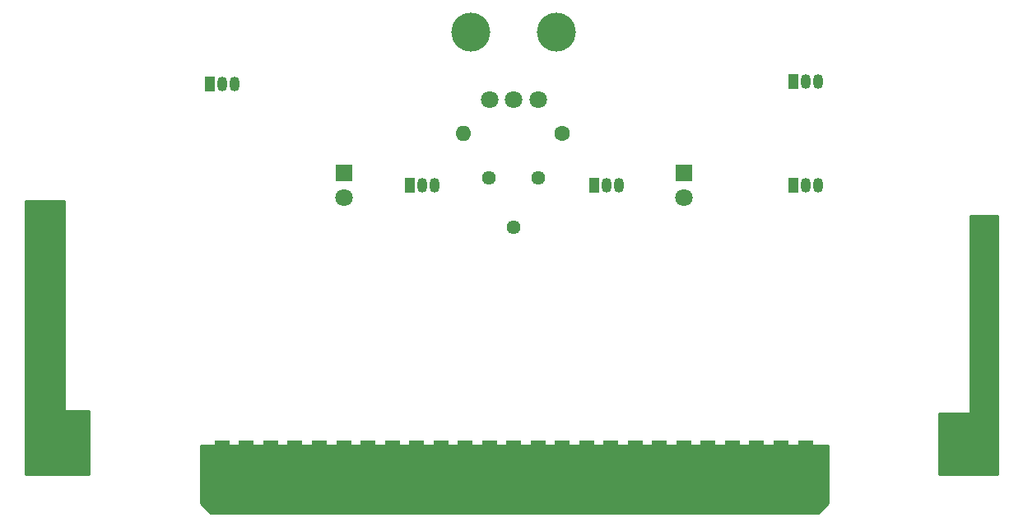
<source format=gbr>
G04 #@! TF.GenerationSoftware,KiCad,Pcbnew,(5.1.10)-1*
G04 #@! TF.CreationDate,2021-08-18T20:50:24-05:00*
G04 #@! TF.ProjectId,ConsolePedalPhaserSMT,436f6e73-6f6c-4655-9065-64616c506861,rev?*
G04 #@! TF.SameCoordinates,Original*
G04 #@! TF.FileFunction,Soldermask,Bot*
G04 #@! TF.FilePolarity,Negative*
%FSLAX46Y46*%
G04 Gerber Fmt 4.6, Leading zero omitted, Abs format (unit mm)*
G04 Created by KiCad (PCBNEW (5.1.10)-1) date 2021-08-18 20:50:24*
%MOMM*%
%LPD*%
G01*
G04 APERTURE LIST*
%ADD10R,1.800000X1.800000*%
%ADD11C,1.800000*%
%ADD12R,1.500000X7.000000*%
%ADD13C,5.000000*%
%ADD14C,1.600000*%
%ADD15O,1.600000X1.600000*%
%ADD16R,1.050000X1.500000*%
%ADD17O,1.050000X1.500000*%
%ADD18C,4.000000*%
%ADD19C,1.440000*%
%ADD20C,0.254000*%
%ADD21C,0.100000*%
G04 APERTURE END LIST*
D10*
G04 #@! TO.C,D3*
X115250000Y-95000000D03*
D11*
X115250000Y-97540000D03*
G04 #@! TD*
G04 #@! TO.C,D4*
X150250000Y-97540000D03*
D10*
X150250000Y-95000000D03*
G04 #@! TD*
D12*
G04 #@! TO.C,J1*
X102715000Y-126000000D03*
X105215000Y-126000000D03*
X107715000Y-126000000D03*
X110215000Y-126000000D03*
X112715000Y-126000000D03*
X115215000Y-126000000D03*
X117715000Y-126000000D03*
X120215000Y-126000000D03*
X122715000Y-126000000D03*
X125215000Y-126000000D03*
X127715000Y-126000000D03*
X130215000Y-126000000D03*
X132715000Y-126000000D03*
X135215000Y-126000000D03*
X137715000Y-126000000D03*
X140215000Y-126000000D03*
X142715000Y-126000000D03*
X145215000Y-126000000D03*
X147715000Y-126000000D03*
X150215000Y-126000000D03*
X152715000Y-126000000D03*
X155215000Y-126000000D03*
X157715000Y-126000000D03*
X160215000Y-126000000D03*
X162715000Y-126000000D03*
G04 #@! TD*
D13*
G04 #@! TO.C,H1*
X85350000Y-122600000D03*
G04 #@! TD*
G04 #@! TO.C,H2*
X180150000Y-122600000D03*
G04 #@! TD*
D14*
G04 #@! TO.C,R29*
X137668000Y-90932000D03*
D15*
X127508000Y-90932000D03*
G04 #@! TD*
D16*
G04 #@! TO.C,Q1*
X122000000Y-96270000D03*
D17*
X124540000Y-96270000D03*
X123270000Y-96270000D03*
G04 #@! TD*
G04 #@! TO.C,Q2*
X142230000Y-96270000D03*
X143500000Y-96270000D03*
D16*
X140960000Y-96270000D03*
G04 #@! TD*
D17*
G04 #@! TO.C,Q3*
X162715000Y-96270000D03*
X163985000Y-96270000D03*
D16*
X161445000Y-96270000D03*
G04 #@! TD*
D17*
G04 #@! TO.C,Q4*
X162715000Y-85598000D03*
X163985000Y-85598000D03*
D16*
X161445000Y-85598000D03*
G04 #@! TD*
G04 #@! TO.C,Q5*
X101445000Y-85852000D03*
D17*
X103985000Y-85852000D03*
X102715000Y-85852000D03*
G04 #@! TD*
D11*
G04 #@! TO.C,RV1*
X130215000Y-87500000D03*
X132715000Y-87500000D03*
X135215000Y-87500000D03*
D18*
X128315000Y-80500000D03*
X137115000Y-80500000D03*
G04 #@! TD*
D19*
G04 #@! TO.C,RV2*
X135255000Y-95504000D03*
X132715000Y-100584000D03*
X130175000Y-95504000D03*
G04 #@! TD*
D20*
X165000000Y-129000000D02*
X164000000Y-130000000D01*
X101500000Y-130000000D01*
X100500000Y-129000000D01*
X100500000Y-123063000D01*
X165000000Y-123063000D01*
X165000000Y-129000000D01*
D21*
G36*
X165000000Y-129000000D02*
G01*
X164000000Y-130000000D01*
X101500000Y-130000000D01*
X100500000Y-129000000D01*
X100500000Y-123063000D01*
X165000000Y-123063000D01*
X165000000Y-129000000D01*
G37*
D20*
X86487000Y-119380000D02*
X86489440Y-119404776D01*
X86496667Y-119428601D01*
X86508403Y-119450557D01*
X86524197Y-119469803D01*
X86543443Y-119485597D01*
X86565399Y-119497333D01*
X86589224Y-119504560D01*
X86614000Y-119507000D01*
X89000000Y-119507000D01*
X89000000Y-126000000D01*
X82500000Y-126000000D01*
X82500000Y-97917000D01*
X86487000Y-97917000D01*
X86487000Y-119380000D01*
D21*
G36*
X86487000Y-119380000D02*
G01*
X86489440Y-119404776D01*
X86496667Y-119428601D01*
X86508403Y-119450557D01*
X86524197Y-119469803D01*
X86543443Y-119485597D01*
X86565399Y-119497333D01*
X86589224Y-119504560D01*
X86614000Y-119507000D01*
X89000000Y-119507000D01*
X89000000Y-126000000D01*
X82500000Y-126000000D01*
X82500000Y-97917000D01*
X86487000Y-97917000D01*
X86487000Y-119380000D01*
G37*
D20*
X182499000Y-126000000D02*
X176500000Y-126000000D01*
X176500000Y-119761000D01*
X179578000Y-119761000D01*
X179602776Y-119758560D01*
X179626601Y-119751333D01*
X179648557Y-119739597D01*
X179667803Y-119723803D01*
X179683597Y-119704557D01*
X179695333Y-119682601D01*
X179702560Y-119658776D01*
X179705000Y-119634000D01*
X179705000Y-99441000D01*
X182499000Y-99441000D01*
X182499000Y-126000000D01*
D21*
G36*
X182499000Y-126000000D02*
G01*
X176500000Y-126000000D01*
X176500000Y-119761000D01*
X179578000Y-119761000D01*
X179602776Y-119758560D01*
X179626601Y-119751333D01*
X179648557Y-119739597D01*
X179667803Y-119723803D01*
X179683597Y-119704557D01*
X179695333Y-119682601D01*
X179702560Y-119658776D01*
X179705000Y-119634000D01*
X179705000Y-99441000D01*
X182499000Y-99441000D01*
X182499000Y-126000000D01*
G37*
M02*

</source>
